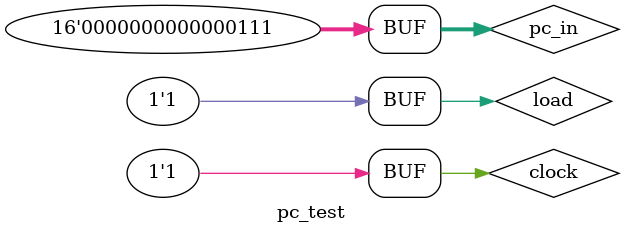
<source format=v>
module pc(out, inc, load, reset, in, clk);

	output [15:0] out;
	input [15:0] in;
	input inc, load, reset, clk;

	reg [15:0] out;

	always @(posedge clk) begin
		if(reset == 1'b1) begin
			out = 0;
		end

		else if(load == 1'b1) begin
			out = in;
		end

		else if(inc == 1'b1) begin
			out = out + 1;
		end
	end

endmodule

module pc_test;
	reg [15:0] pc_in;
	reg inc, load, reset, clock;
	wire [15:0] pc_out;
	pc UUT(pc_out, inc, load, reset, pc_in, clock);
	initial begin
		load = 1; pc_in = 7; clock = 0; #5; clock = 1; #5;
	end
endmodule

</source>
